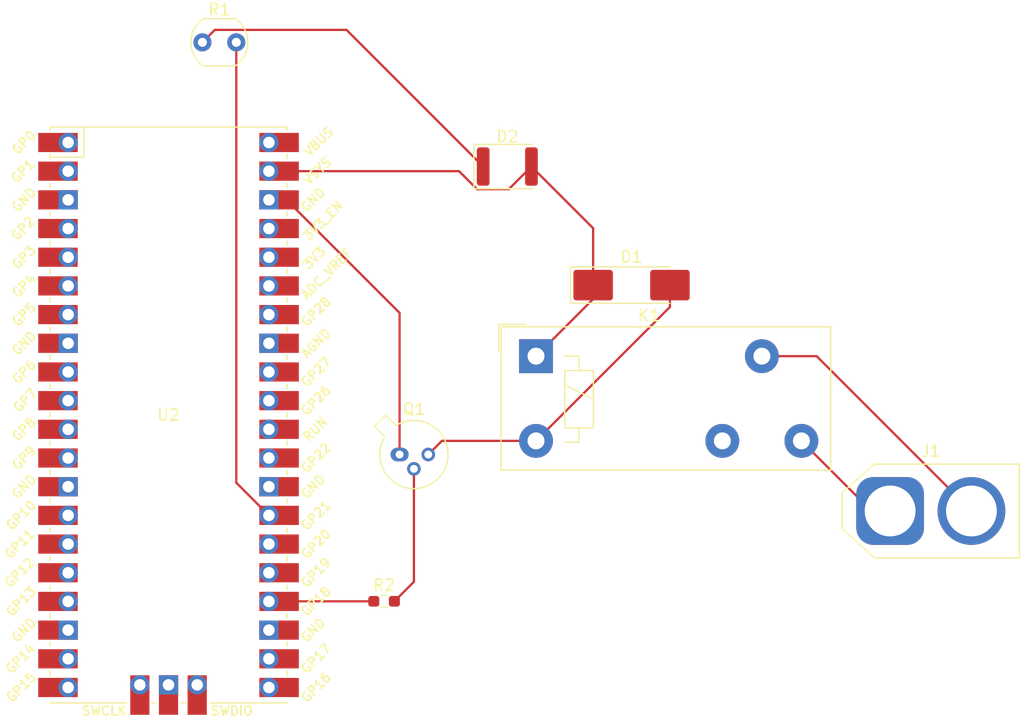
<source format=kicad_pcb>
(kicad_pcb (version 20240108) (generator "pcbnew") (generator_version "8.0")
  (layers (0 "F.Cu" signal) (31 "B.Cu" signal) (34 "B.Paste" user) (35 "F.Paste" user) (36 "B.SilkS" user "B.Silkscreen") (37 "F.SilkS" user "F.Silkscreen") (38 "B.Mask" user) (39 "F.Mask" user) (44 "Edge.Cuts" user))
  (net 0 "")
  (net 1 "Net-(Q1-B)")
  (net 2 "GND")
  (net 3 "Net-(D1-A)")
  (net 4 "VCC")
  (net 5 "Net-(J1-Pin_1)")
  (net 6 "Net-(J1-Pin_2)")
  (net 7 "saidaLed")
  (net 8 "sinal")
  (net 49 "Net-(D2-K)")
  (footprint "Relay_THT:Relay_SPDT_Finder_40.31" (layer "F.Cu") (at 205.0425 48.2925)
    (property "Reference" "K1" (at 10 -3.6 0) (layer "F.SilkS"))
    (property "Value" "Relay_SPDT")
    (fp_line (start -3.3 -0.4) (end -3.3 -2.8) (stroke (width 0.12)) (layer "F.SilkS"))
    (fp_line (start -3.1 -2.6) (end 26.1 -2.6) (stroke (width 0.12)) (layer "F.SilkS"))
    (fp_line (start -3.1 10.1) (end -3.1 -2.6) (stroke (width 0.12)) (layer "F.SilkS"))
    (fp_line (start -0.9 -2.8) (end -3.3 -2.8) (stroke (width 0.12)) (layer "F.SilkS"))
    (fp_line (start 2.54 0) (end 3.81 0) (stroke (width 0.12)) (layer "F.SilkS"))
    (fp_line (start 2.54 1.27) (end 3.81 1.27) (stroke (width 0.12)) (layer "F.SilkS"))
    (fp_line (start 2.54 2.54) (end 5.08 3.81) (stroke (width 0.12)) (layer "F.SilkS"))
    (fp_line (start 2.54 6.35) (end 2.54 1.27) (stroke (width 0.12)) (layer "F.SilkS"))
    (fp_line (start 3.81 0) (end 3.81 1.27) (stroke (width 0.12)) (layer "F.SilkS"))
    (fp_line (start 3.81 1.27) (end 5.08 1.27) (stroke (width 0.12)) (layer "F.SilkS"))
    (fp_line (start 3.81 6.35) (end 3.81 7.62) (stroke (width 0.12)) (layer "F.SilkS"))
    (fp_line (start 3.81 7.62) (end 2.54 7.62) (stroke (width 0.12)) (layer "F.SilkS"))
    (fp_line (start 5.08 1.27) (end 5.08 6.35) (stroke (width 0.12)) (layer "F.SilkS"))
    (fp_line (start 5.08 6.35) (end 2.54 6.35) (stroke (width 0.12)) (layer "F.SilkS"))
    (fp_line (start 26.1 -2.6) (end 26.1 10.1) (stroke (width 0.12)) (layer "F.SilkS"))
    (fp_line (start 26.1 10.1) (end -3.1 10.1) (stroke (width 0.12)) (layer "F.SilkS"))
    (pad "11" thru_hole circle (at 20 0) (size 3 3) (drill 1.5) (layers "*.Cu" "*.Mask") (net 6 "Net-(J1-Pin_2)"))
    (pad "12" thru_hole circle (at 16.5 7.5) (size 3 3) (drill 1.5) (layers "*.Cu" "*.Mask"))
    (pad "14" thru_hole circle (at 23.5 7.5) (size 3 3) (drill 1.5) (layers "*.Cu" "*.Mask") (net 5 "Net-(J1-Pin_1)"))
    (pad "A1" thru_hole rect (at 0 0) (size 3 3) (drill 1.5) (layers "*.Cu" "*.Mask") (net 4 "VCC"))
    (pad "A2" thru_hole circle (at 0 7.5) (size 3 3) (drill 1.5) (layers "*.Cu" "*.Mask") (net 3 "Net-(D1-A)"))
  )
  (footprint "Package_TO_SOT_THT:TO-18-3" (layer "F.Cu") (at 192.96 57)
    (property "Reference" "Q1" (at 1.27 -4.02 0) (layer "F.SilkS"))
    (property "Value" "BC107")
    (fp_line (start -2.214448 -2.494499) (end -1.302281 -1.582331) (stroke (width 0.12)) (layer "F.SilkS"))
    (fp_line (start -1.224499 -3.484448) (end -2.214448 -2.494499) (stroke (width 0.12)) (layer "F.SilkS"))
    (fp_line (start -0.312331 -2.572281) (end -1.224499 -3.484448) (stroke (width 0.12)) (layer "F.SilkS"))
    (fp_arc (start -0.312331 -2.572281) (mid 3.405374 2.135551) (end -1.30215 -1.582544) (stroke (width 0.12)) (layer "F.SilkS"))
    (pad "1" thru_hole oval (at 0 0) (size 1.6 1.2) (drill 0.7) (layers "*.Cu" "*.Mask") (net 2 "GND"))
    (pad "2" thru_hole oval (at 1.27 1.27) (size 1.2 1.2) (drill 0.7) (layers "*.Cu" "*.Mask") (net 1 "Net-(Q1-B)"))
    (pad "3" thru_hole oval (at 2.54 0) (size 1.2 1.2) (drill 0.7) (layers "*.Cu" "*.Mask") (net 3 "Net-(D1-A)"))
  )
  (footprint "Connector_AMASS:AMASS_XT60-M_1x02_P7.20mm_Vertical" (layer "F.Cu") (at 236.4 62)
    (property "Reference" "J1" (at 3.6 -5.3 180) (layer "F.SilkS"))
    (property "Value" "Conn_01x02_Socket")
    (fp_line (start -4.25 -1.6) (end -4.25 1.55) (stroke (width 0.12)) (layer "F.SilkS"))
    (fp_line (start -4.25 1.55) (end -1.4 4.15) (stroke (width 0.12)) (layer "F.SilkS"))
    (fp_line (start -1.4 -4.15) (end -4.25 -1.6) (stroke (width 0.12)) (layer "F.SilkS"))
    (fp_line (start -1.4 4.15) (end 11.45 4.15) (stroke (width 0.12)) (layer "F.SilkS"))
    (fp_line (start 11.45 -4.15) (end -1.4 -4.15) (stroke (width 0.12)) (layer "F.SilkS"))
    (fp_line (start 11.45 4.15) (end 11.45 -4.15) (stroke (width 0.12)) (layer "F.SilkS"))
    (pad "1" thru_hole roundrect (at 0 0) (size 6 6) (drill 4.5) (layers "*.Cu" "*.Mask") (net 5 "Net-(J1-Pin_1)"))
    (pad "2" thru_hole circle (at 7.2 0) (size 6 6) (drill 4.5) (layers "*.Cu" "*.Mask") (net 6 "Net-(J1-Pin_2)"))
  )
  (footprint "Resistor_SMD:R_0603_1608Metric_Pad0.98x0.95mm_HandSolder" (layer "F.Cu") (at 191.5875 70)
    (property "Reference" "R2" (at 0 -1.43 0) (layer "F.SilkS"))
    (property "Value" "R")
    (fp_line (start -0.254724 -0.5225) (end 0.254724 -0.5225) (stroke (width 0.12)) (layer "F.SilkS"))
    (fp_line (start -0.254724 0.5225) (end 0.254724 0.5225) (stroke (width 0.12)) (layer "F.SilkS"))
    (pad "1" smd roundrect (at -0.9125 0) (size 0.975 0.95) (layers "F.Cu" "F.Paste" "F.Mask") (net 8 "sinal"))
    (pad "2" smd roundrect (at 0.9125 0) (size 0.975 0.95) (layers "F.Cu" "F.Paste" "F.Mask") (net 1 "Net-(Q1-B)"))
  )
  (footprint "MCU_RaspberryPi_and_Boards:RPi_Pico_SMD_TH" (layer "F.Cu") (at 172.5 53.5)
    (property "Reference" "U2" (at 0 0 0) (layer "F.SilkS"))
    (property "Value" "Pico")
    (fp_line (start -10.5 -25.5) (end -10.5 -25.2) (stroke (width 0.12)) (layer "F.SilkS"))
    (fp_line (start -10.5 -25.5) (end 10.5 -25.5) (stroke (width 0.12)) (layer "F.SilkS"))
    (fp_line (start -10.5 -23.1) (end -10.5 -22.7) (stroke (width 0.12)) (layer "F.SilkS"))
    (fp_line (start -10.5 -22.833) (end -7.493 -22.833) (stroke (width 0.12)) (layer "F.SilkS"))
    (fp_line (start -10.5 -20.5) (end -10.5 -20.1) (stroke (width 0.12)) (layer "F.SilkS"))
    (fp_line (start -10.5 -18) (end -10.5 -17.6) (stroke (width 0.12)) (layer "F.SilkS"))
    (fp_line (start -10.5 -15.4) (end -10.5 -15) (stroke (width 0.12)) (layer "F.SilkS"))
    (fp_line (start -10.5 -12.9) (end -10.5 -12.5) (stroke (width 0.12)) (layer "F.SilkS"))
    (fp_line (start -10.5 -10.4) (end -10.5 -10) (stroke (width 0.12)) (layer "F.SilkS"))
    (fp_line (start -10.5 -7.8) (end -10.5 -7.4) (stroke (width 0.12)) (layer "F.SilkS"))
    (fp_line (start -10.5 -5.3) (end -10.5 -4.9) (stroke (width 0.12)) (layer "F.SilkS"))
    (fp_line (start -10.5 -2.7) (end -10.5 -2.3) (stroke (width 0.12)) (layer "F.SilkS"))
    (fp_line (start -10.5 -0.2) (end -10.5 0.2) (stroke (width 0.12)) (layer "F.SilkS"))
    (fp_line (start -10.5 2.3) (end -10.5 2.7) (stroke (width 0.12)) (layer "F.SilkS"))
    (fp_line (start -10.5 4.9) (end -10.5 5.3) (stroke (width 0.12)) (layer "F.SilkS"))
    (fp_line (start -10.5 7.4) (end -10.5 7.8) (stroke (width 0.12)) (layer "F.SilkS"))
    (fp_line (start -10.5 10) (end -10.5 10.4) (stroke (width 0.12)) (layer "F.SilkS"))
    (fp_line (start -10.5 12.5) (end -10.5 12.9) (stroke (width 0.12)) (layer "F.SilkS"))
    (fp_line (start -10.5 15.1) (end -10.5 15.5) (stroke (width 0.12)) (layer "F.SilkS"))
    (fp_line (start -10.5 17.6) (end -10.5 18) (stroke (width 0.12)) (layer "F.SilkS"))
    (fp_line (start -10.5 20.1) (end -10.5 20.5) (stroke (width 0.12)) (layer "F.SilkS"))
    (fp_line (start -10.5 22.7) (end -10.5 23.1) (stroke (width 0.12)) (layer "F.SilkS"))
    (fp_line (start -7.493 -22.833) (end -7.493 -25.5) (stroke (width 0.12)) (layer "F.SilkS"))
    (fp_line (start -3.7 25.5) (end -10.5 25.5) (stroke (width 0.12)) (layer "F.SilkS"))
    (fp_line (start -1.5 25.5) (end -1.1 25.5) (stroke (width 0.12)) (layer "F.SilkS"))
    (fp_line (start 1.1 25.5) (end 1.5 25.5) (stroke (width 0.12)) (layer "F.SilkS"))
    (fp_line (start 10.5 -25.5) (end 10.5 -25.2) (stroke (width 0.12)) (layer "F.SilkS"))
    (fp_line (start 10.5 -23.1) (end 10.5 -22.7) (stroke (width 0.12)) (layer "F.SilkS"))
    (fp_line (start 10.5 -20.5) (end 10.5 -20.1) (stroke (width 0.12)) (layer "F.SilkS"))
    (fp_line (start 10.5 -18) (end 10.5 -17.6) (stroke (width 0.12)) (layer "F.SilkS"))
    (fp_line (start 10.5 -15.4) (end 10.5 -15) (stroke (width 0.12)) (layer "F.SilkS"))
    (fp_line (start 10.5 -12.9) (end 10.5 -12.5) (stroke (width 0.12)) (layer "F.SilkS"))
    (fp_line (start 10.5 -10.4) (end 10.5 -10) (stroke (width 0.12)) (layer "F.SilkS"))
    (fp_line (start 10.5 -7.8) (end 10.5 -7.4) (stroke (width 0.12)) (layer "F.SilkS"))
    (fp_line (start 10.5 -5.3) (end 10.5 -4.9) (stroke (width 0.12)) (layer "F.SilkS"))
    (fp_line (start 10.5 -2.7) (end 10.5 -2.3) (stroke (width 0.12)) (layer "F.SilkS"))
    (fp_line (start 10.5 -0.2) (end 10.5 0.2) (stroke (width 0.12)) (layer "F.SilkS"))
    (fp_line (start 10.5 2.3) (end 10.5 2.7) (stroke (width 0.12)) (layer "F.SilkS"))
    (fp_line (start 10.5 4.9) (end 10.5 5.3) (stroke (width 0.12)) (layer "F.SilkS"))
    (fp_line (start 10.5 7.4) (end 10.5 7.8) (stroke (width 0.12)) (layer "F.SilkS"))
    (fp_line (start 10.5 10) (end 10.5 10.4) (stroke (width 0.12)) (layer "F.SilkS"))
    (fp_line (start 10.5 12.5) (end 10.5 12.9) (stroke (width 0.12)) (layer "F.SilkS"))
    (fp_line (start 10.5 15.1) (end 10.5 15.5) (stroke (width 0.12)) (layer "F.SilkS"))
    (fp_line (start 10.5 17.6) (end 10.5 18) (stroke (width 0.12)) (layer "F.SilkS"))
    (fp_line (start 10.5 20.1) (end 10.5 20.5) (stroke (width 0.12)) (layer "F.SilkS"))
    (fp_line (start 10.5 22.7) (end 10.5 23.1) (stroke (width 0.12)) (layer "F.SilkS"))
    (fp_line (start 10.5 25.5) (end 3.7 25.5) (stroke (width 0.12)) (layer "F.SilkS"))
    (fp_text user "GND" (at -12.8 6.35 45) (layer "F.SilkS") (effects (font (size 0.8 0.8))))
    (fp_text user "GND" (at 12.8 19.05 45) (layer "F.SilkS") (effects (font (size 0.8 0.8))))
    (fp_text user "GP9" (at -12.8 3.81 45) (layer "F.SilkS") (effects (font (size 0.8 0.8))))
    (fp_text user "GP21" (at 13.054 8.9 45) (layer "F.SilkS") (effects (font (size 0.8 0.8))))
    (fp_text user "GP13" (at -13.054 16.51 45) (layer "F.SilkS") (effects (font (size 0.8 0.8))))
    (fp_text user "GP8" (at -12.8 1.27 45) (layer "F.SilkS") (effects (font (size 0.8 0.8))))
    (fp_text user "GP7" (at -12.7 -1.3 45) (layer "F.SilkS") (effects (font (size 0.8 0.8))))
    (fp_text user "GND" (at -12.8 -19.05 45) (layer "F.SilkS") (effects (font (size 0.8 0.8))))
    (fp_text user "GP11" (at -13.2 11.43 45) (layer "F.SilkS") (effects (font (size 0.8 0.8))))
    (fp_text user "VBUS" (at 13.3 -24.2 45) (layer "F.SilkS") (effects (font (size 0.8 0.8))))
    (fp_text user "GP5" (at -12.8 -8.89 45) (layer "F.SilkS") (effects (font (size 0.8 0.8))))
    (fp_text user "GP14" (at -13.1 21.59 45) (layer "F.SilkS") (effects (font (size 0.8 0.8))))
    (fp_text user "3V3_EN" (at 13.7 -17.2 45) (layer "F.SilkS") (effects (font (size 0.8 0.8))))
    (fp_text user "GP16" (at 13.054 24.13 45) (layer "F.SilkS") (effects (font (size 0.8 0.8))))
    (fp_text user "AGND" (at 13.054 -6.35 45) (layer "F.SilkS") (effects (font (size 0.8 0.8))))
    (fp_text user "GP3" (at -12.8 -13.97 45) (layer "F.SilkS") (effects (font (size 0.8 0.8))))
    (fp_text user "3V3" (at 12.9 -13.9 45) (layer "F.SilkS") (effects (font (size 0.8 0.8))))
    (fp_text user "GND" (at -12.8 -6.35 45) (layer "F.SilkS") (effects (font (size 0.8 0.8))))
    (fp_text user "GP2" (at -12.9 -16.51 45) (layer "F.SilkS") (effects (font (size 0.8 0.8))))
    (fp_text user "GP17" (at 13.054 21.59 45) (layer "F.SilkS") (effects (font (size 0.8 0.8))))
    (fp_text user "GND" (at 12.8 -19.05 45) (layer "F.SilkS") (effects (font (size 0.8 0.8))))
    (fp_text user "GP10" (at -13.054 8.89 45) (layer "F.SilkS") (effects (font (size 0.8 0.8))))
    (fp_text user "GP20" (at 13.054 11.43 45) (layer "F.SilkS") (effects (font (size 0.8 0.8))))
    (fp_text user "GP0" (at -12.8 -24.13 45) (layer "F.SilkS") (effects (font (size 0.8 0.8))))
    (fp_text user "GP4" (at -12.8 -11.43 45) (layer "F.SilkS") (effects (font (size 0.8 0.8))))
    (fp_text user "GP15" (at -13.054 24.13 45) (layer "F.SilkS") (effects (font (size 0.8 0.8))))
    (fp_text user "SWDIO" (at 5.6 26.2 0) (layer "F.SilkS") (effects (font (size 0.8 0.8))))
    (fp_text user "GP6" (at -12.8 -3.81 45) (layer "F.SilkS") (effects (font (size 0.8 0.8))))
    (fp_text user "VSYS" (at 13.2 -21.59 45) (layer "F.SilkS") (effects (font (size 0.8 0.8))))
    (fp_text user "ADC_VREF" (at 14 -12.5 45) (layer "F.SilkS") (effects (font (size 0.8 0.8))))
    (fp_text user "GP19" (at 13.054 13.97 45) (layer "F.SilkS") (effects (font (size 0.8 0.8))))
    (fp_text user "GP22" (at 13.054 3.81 45) (layer "F.SilkS") (effects (font (size 0.8 0.8))))
    (fp_text user "GP26" (at 13.054 -1.27 45) (layer "F.SilkS") (effects (font (size 0.8 0.8))))
    (fp_text user "GP1" (at -12.9 -21.6 45) (layer "F.SilkS") (effects (font (size 0.8 0.8))))
    (fp_text user "SWCLK" (at -5.7 26.2 0) (layer "F.SilkS") (effects (font (size 0.8 0.8))))
    (fp_text user "GP18" (at 13.054 16.51 45) (layer "F.SilkS") (effects (font (size 0.8 0.8))))
    (fp_text user "GP28" (at 13.054 -9.144 45) (layer "F.SilkS") (effects (font (size 0.8 0.8))))
    (fp_text user "RUN" (at 13 1.27 45) (layer "F.SilkS") (effects (font (size 0.8 0.8))))
    (fp_text user "GND" (at -12.8 19.05 45) (layer "F.SilkS") (effects (font (size 0.8 0.8))))
    (fp_text user "GND" (at 12.8 6.35 45) (layer "F.SilkS") (effects (font (size 0.8 0.8))))
    (fp_text user "GP27" (at 13.054 -3.8 45) (layer "F.SilkS") (effects (font (size 0.8 0.8))))
    (fp_text user "GP12" (at -13.2 13.97 45) (layer "F.SilkS") (effects (font (size 0.8 0.8))))
    (pad "" np_thru_hole oval (at -2.725 -24) (size 1.8 1.8) (drill 1.8) (layers "*.Cu" "*.Mask"))
    (pad "" np_thru_hole oval (at -2.425 -20.97) (size 1.5 1.5) (drill 1.5) (layers "*.Cu" "*.Mask"))
    (pad "" np_thru_hole oval (at 2.425 -20.97) (size 1.5 1.5) (drill 1.5) (layers "*.Cu" "*.Mask"))
    (pad "" np_thru_hole oval (at 2.725 -24) (size 1.8 1.8) (drill 1.8) (layers "*.Cu" "*.Mask"))
    (pad "1" thru_hole oval (at -8.89 -24.13) (size 1.7 1.7) (drill 1.02) (layers "*.Cu" "*.Mask"))
    (pad "1" smd rect (at -8.89 -24.13) (size 3.5 1.7) (drill (offset -0.9 0)) (layers "F.Cu" "F.Mask"))
    (pad "2" thru_hole oval (at -8.89 -21.59) (size 1.7 1.7) (drill 1.02) (layers "*.Cu" "*.Mask"))
    (pad "2" smd rect (at -8.89 -21.59) (size 3.5 1.7) (drill (offset -0.9 0)) (layers "F.Cu" "F.Mask"))
    (pad "3" thru_hole rect (at -8.89 -19.05) (size 1.7 1.7) (drill 1.02) (layers "*.Cu" "*.Mask"))
    (pad "3" smd rect (at -8.89 -19.05) (size 3.5 1.7) (drill (offset -0.9 0)) (layers "F.Cu" "F.Mask"))
    (pad "4" thru_hole oval (at -8.89 -16.51) (size 1.7 1.7) (drill 1.02) (layers "*.Cu" "*.Mask"))
    (pad "4" smd rect (at -8.89 -16.51) (size 3.5 1.7) (drill (offset -0.9 0)) (layers "F.Cu" "F.Mask"))
    (pad "5" thru_hole oval (at -8.89 -13.97) (size 1.7 1.7) (drill 1.02) (layers "*.Cu" "*.Mask"))
    (pad "5" smd rect (at -8.89 -13.97) (size 3.5 1.7) (drill (offset -0.9 0)) (layers "F.Cu" "F.Mask"))
    (pad "6" thru_hole oval (at -8.89 -11.43) (size 1.7 1.7) (drill 1.02) (layers "*.Cu" "*.Mask"))
    (pad "6" smd rect (at -8.89 -11.43) (size 3.5 1.7) (drill (offset -0.9 0)) (layers "F.Cu" "F.Mask"))
    (pad "7" thru_hole oval (at -8.89 -8.89) (size 1.7 1.7) (drill 1.02) (layers "*.Cu" "*.Mask"))
    (pad "7" smd rect (at -8.89 -8.89) (size 3.5 1.7) (drill (offset -0.9 0)) (layers "F.Cu" "F.Mask"))
    (pad "8" thru_hole rect (at -8.89 -6.35) (size 1.7 1.7) (drill 1.02) (layers "*.Cu" "*.Mask"))
    (pad "8" smd rect (at -8.89 -6.35) (size 3.5 1.7) (drill (offset -0.9 0)) (layers "F.Cu" "F.Mask"))
    (pad "9" thru_hole oval (at -8.89 -3.81) (size 1.7 1.7) (drill 1.02) (layers "*.Cu" "*.Mask"))
    (pad "9" smd rect (at -8.89 -3.81) (size 3.5 1.7) (drill (offset -0.9 0)) (layers "F.Cu" "F.Mask"))
    (pad "10" thru_hole oval (at -8.89 -1.27) (size 1.7 1.7) (drill 1.02) (layers "*.Cu" "*.Mask"))
    (pad "10" smd rect (at -8.89 -1.27) (size 3.5 1.7) (drill (offset -0.9 0)) (layers "F.Cu" "F.Mask"))
    (pad "11" thru_hole oval (at -8.89 1.27) (size 1.7 1.7) (drill 1.02) (layers "*.Cu" "*.Mask"))
    (pad "11" smd rect (at -8.89 1.27) (size 3.5 1.7) (drill (offset -0.9 0)) (layers "F.Cu" "F.Mask"))
    (pad "12" thru_hole oval (at -8.89 3.81) (size 1.7 1.7) (drill 1.02) (layers "*.Cu" "*.Mask"))
    (pad "12" smd rect (at -8.89 3.81) (size 3.5 1.7) (drill (offset -0.9 0)) (layers "F.Cu" "F.Mask"))
    (pad "13" thru_hole rect (at -8.89 6.35) (size 1.7 1.7) (drill 1.02) (layers "*.Cu" "*.Mask"))
    (pad "13" smd rect (at -8.89 6.35) (size 3.5 1.7) (drill (offset -0.9 0)) (layers "F.Cu" "F.Mask"))
    (pad "14" thru_hole oval (at -8.89 8.89) (size 1.7 1.7) (drill 1.02) (layers "*.Cu" "*.Mask"))
    (pad "14" smd rect (at -8.89 8.89) (size 3.5 1.7) (drill (offset -0.9 0)) (layers "F.Cu" "F.Mask"))
    (pad "15" thru_hole oval (at -8.89 11.43) (size 1.7 1.7) (drill 1.02) (layers "*.Cu" "*.Mask"))
    (pad "15" smd rect (at -8.89 11.43) (size 3.5 1.7) (drill (offset -0.9 0)) (layers "F.Cu" "F.Mask"))
    (pad "16" thru_hole oval (at -8.89 13.97) (size 1.7 1.7) (drill 1.02) (layers "*.Cu" "*.Mask"))
    (pad "16" smd rect (at -8.89 13.97) (size 3.5 1.7) (drill (offset -0.9 0)) (layers "F.Cu" "F.Mask"))
    (pad "17" thru_hole oval (at -8.89 16.51) (size 1.7 1.7) (drill 1.02) (layers "*.Cu" "*.Mask"))
    (pad "17" smd rect (at -8.89 16.51) (size 3.5 1.7) (drill (offset -0.9 0)) (layers "F.Cu" "F.Mask"))
    (pad "18" thru_hole rect (at -8.89 19.05) (size 1.7 1.7) (drill 1.02) (layers "*.Cu" "*.Mask"))
    (pad "18" smd rect (at -8.89 19.05) (size 3.5 1.7) (drill (offset -0.9 0)) (layers "F.Cu" "F.Mask"))
    (pad "19" thru_hole oval (at -8.89 21.59) (size 1.7 1.7) (drill 1.02) (layers "*.Cu" "*.Mask"))
    (pad "19" smd rect (at -8.89 21.59) (size 3.5 1.7) (drill (offset -0.9 0)) (layers "F.Cu" "F.Mask"))
    (pad "20" thru_hole oval (at -8.89 24.13) (size 1.7 1.7) (drill 1.02) (layers "*.Cu" "*.Mask"))
    (pad "20" smd rect (at -8.89 24.13) (size 3.5 1.7) (drill (offset -0.9 0)) (layers "F.Cu" "F.Mask"))
    (pad "21" thru_hole oval (at 8.89 24.13) (size 1.7 1.7) (drill 1.02) (layers "*.Cu" "*.Mask"))
    (pad "21" smd rect (at 8.89 24.13) (size 3.5 1.7) (drill (offset 0.9 0)) (layers "F.Cu" "F.Mask"))
    (pad "22" thru_hole oval (at 8.89 21.59) (size 1.7 1.7) (drill 1.02) (layers "*.Cu" "*.Mask"))
    (pad "22" smd rect (at 8.89 21.59) (size 3.5 1.7) (drill (offset 0.9 0)) (layers "F.Cu" "F.Mask"))
    (pad "23" thru_hole rect (at 8.89 19.05) (size 1.7 1.7) (drill 1.02) (layers "*.Cu" "*.Mask"))
    (pad "23" smd rect (at 8.89 19.05) (size 3.5 1.7) (drill (offset 0.9 0)) (layers "F.Cu" "F.Mask"))
    (pad "24" thru_hole oval (at 8.89 16.51) (size 1.7 1.7) (drill 1.02) (layers "*.Cu" "*.Mask") (net 8 "sinal"))
    (pad "24" smd rect (at 8.89 16.51) (size 3.5 1.7) (drill (offset 0.9 0)) (layers "F.Cu" "F.Mask") (net 8 "sinal"))
    (pad "25" thru_hole oval (at 8.89 13.97) (size 1.7 1.7) (drill 1.02) (layers "*.Cu" "*.Mask"))
    (pad "25" smd rect (at 8.89 13.97) (size 3.5 1.7) (drill (offset 0.9 0)) (layers "F.Cu" "F.Mask"))
    (pad "26" thru_hole oval (at 8.89 11.43) (size 1.7 1.7) (drill 1.02) (layers "*.Cu" "*.Mask"))
    (pad "26" smd rect (at 8.89 11.43) (size 3.5 1.7) (drill (offset 0.9 0)) (layers "F.Cu" "F.Mask"))
    (pad "27" thru_hole oval (at 8.89 8.89) (size 1.7 1.7) (drill 1.02) (layers "*.Cu" "*.Mask") (net 7 "saidaLed"))
    (pad "27" smd rect (at 8.89 8.89) (size 3.5 1.7) (drill (offset 0.9 0)) (layers "F.Cu" "F.Mask") (net 7 "saidaLed"))
    (pad "28" thru_hole rect (at 8.89 6.35) (size 1.7 1.7) (drill 1.02) (layers "*.Cu" "*.Mask"))
    (pad "28" smd rect (at 8.89 6.35) (size 3.5 1.7) (drill (offset 0.9 0)) (layers "F.Cu" "F.Mask"))
    (pad "29" thru_hole oval (at 8.89 3.81) (size 1.7 1.7) (drill 1.02) (layers "*.Cu" "*.Mask"))
    (pad "29" smd rect (at 8.89 3.81) (size 3.5 1.7) (drill (offset 0.9 0)) (layers "F.Cu" "F.Mask"))
    (pad "30" thru_hole oval (at 8.89 1.27) (size 1.7 1.7) (drill 1.02) (layers "*.Cu" "*.Mask"))
    (pad "30" smd rect (at 8.89 1.27) (size 3.5 1.7) (drill (offset 0.9 0)) (layers "F.Cu" "F.Mask"))
    (pad "31" thru_hole oval (at 8.89 -1.27) (size 1.7 1.7) (drill 1.02) (layers "*.Cu" "*.Mask"))
    (pad "31" smd rect (at 8.89 -1.27) (size 3.5 1.7) (drill (offset 0.9 0)) (layers "F.Cu" "F.Mask"))
    (pad "32" thru_hole oval (at 8.89 -3.81) (size 1.7 1.7) (drill 1.02) (layers "*.Cu" "*.Mask"))
    (pad "32" smd rect (at 8.89 -3.81) (size 3.5 1.7) (drill (offset 0.9 0)) (layers "F.Cu" "F.Mask"))
    (pad "33" thru_hole rect (at 8.89 -6.35) (size 1.7 1.7) (drill 1.02) (layers "*.Cu" "*.Mask"))
    (pad "33" smd rect (at 8.89 -6.35) (size 3.5 1.7) (drill (offset 0.9 0)) (layers "F.Cu" "F.Mask"))
    (pad "34" thru_hole oval (at 8.89 -8.89) (size 1.7 1.7) (drill 1.02) (layers "*.Cu" "*.Mask"))
    (pad "34" smd rect (at 8.89 -8.89) (size 3.5 1.7) (drill (offset 0.9 0)) (layers "F.Cu" "F.Mask"))
    (pad "35" thru_hole oval (at 8.89 -11.43) (size 1.7 1.7) (drill 1.02) (layers "*.Cu" "*.Mask"))
    (pad "35" smd rect (at 8.89 -11.43) (size 3.5 1.7) (drill (offset 0.9 0)) (layers "F.Cu" "F.Mask"))
    (pad "36" thru_hole oval (at 8.89 -13.97) (size 1.7 1.7) (drill 1.02) (layers "*.Cu" "*.Mask"))
    (pad "36" smd rect (at 8.89 -13.97) (size 3.5 1.7) (drill (offset 0.9 0)) (layers "F.Cu" "F.Mask"))
    (pad "37" thru_hole oval (at 8.89 -16.51) (size 1.7 1.7) (drill 1.02) (layers "*.Cu" "*.Mask"))
    (pad "37" smd rect (at 8.89 -16.51) (size 3.5 1.7) (drill (offset 0.9 0)) (layers "F.Cu" "F.Mask"))
    (pad "38" thru_hole rect (at 8.89 -19.05) (size 1.7 1.7) (drill 1.02) (layers "*.Cu" "*.Mask") (net 2 "GND"))
    (pad "38" smd rect (at 8.89 -19.05) (size 3.5 1.7) (drill (offset 0.9 0)) (layers "F.Cu" "F.Mask") (net 2 "GND"))
    (pad "39" thru_hole oval (at 8.89 -21.59) (size 1.7 1.7) (drill 1.02) (layers "*.Cu" "*.Mask") (net 4 "VCC"))
    (pad "39" smd rect (at 8.89 -21.59) (size 3.5 1.7) (drill (offset 0.9 0)) (layers "F.Cu" "F.Mask") (net 4 "VCC"))
    (pad "40" thru_hole oval (at 8.89 -24.13) (size 1.7 1.7) (drill 1.02) (layers "*.Cu" "*.Mask"))
    (pad "40" smd rect (at 8.89 -24.13) (size 3.5 1.7) (drill (offset 0.9 0)) (layers "F.Cu" "F.Mask"))
    (pad "41" thru_hole oval (at -2.54 23.9) (size 1.7 1.7) (drill 1.02) (layers "*.Cu" "*.Mask"))
    (pad "41" smd rect (at -2.54 23.9 90) (size 3.5 1.7) (drill (offset -0.9 0)) (layers "F.Cu" "F.Mask"))
    (pad "42" thru_hole rect (at 0 23.9) (size 1.7 1.7) (drill 1.02) (layers "*.Cu" "*.Mask"))
    (pad "42" smd rect (at 0 23.9 90) (size 3.5 1.7) (drill (offset -0.9 0)) (layers "F.Cu" "F.Mask"))
    (pad "43" thru_hole oval (at 2.54 23.9) (size 1.7 1.7) (drill 1.02) (layers "*.Cu" "*.Mask"))
    (pad "43" smd rect (at 2.54 23.9 90) (size 3.5 1.7) (drill (offset -0.9 0)) (layers "F.Cu" "F.Mask"))
  )
  (footprint "Diode_SMD:D_MELF_Handsoldering" (layer "F.Cu") (at 213.5 42)
    (property "Reference" "D1" (at 0 -2.5 0) (layer "F.SilkS"))
    (property "Value" "D")
    (fp_line (start -5.41 -1.61) (end -5.41 1.61) (stroke (width 0.12)) (layer "F.SilkS"))
    (fp_line (start -5.41 1.61) (end 3.4 1.61) (stroke (width 0.12)) (layer "F.SilkS"))
    (fp_line (start 3.4 -1.61) (end -5.41 -1.61) (stroke (width 0.12)) (layer "F.SilkS"))
    (pad "1" smd roundrect (at -3.4 0) (size 3.5 2.7) (layers "F.Cu" "F.Paste" "F.Mask") (roundrect_rratio 0.0925925926) (net 4 "VCC"))
    (pad "2" smd roundrect (at 3.4 0) (size 3.5 2.7) (layers "F.Cu" "F.Paste" "F.Mask") (roundrect_rratio 0.0925925926) (net 3 "Net-(D1-A)"))
  )
  (footprint "LED_SMD:LED_1812_4532Metric" (layer "F.Cu") (at 202.5 31.5)
    (property "Reference" "D2" (at 0 -2.65 0) (layer "F.SilkS"))
    (property "Value" "LED")
    (fp_line (start -2.96 -1.96) (end -2.96 1.96) (stroke (width 0.12)) (layer "F.SilkS"))
    (fp_line (start -2.96 1.96) (end 2.25 1.96) (stroke (width 0.12)) (layer "F.SilkS"))
    (fp_line (start 2.25 -1.96) (end -2.96 -1.96) (stroke (width 0.12)) (layer "F.SilkS"))
    (pad "1" smd roundrect (at -2.1375 0) (size 1.125 3.4) (layers "F.Cu" "F.Paste" "F.Mask") (roundrect_rratio 0.222222) (net 49 "Net-(D2-K)"))
    (pad "2" smd roundrect (at 2.1375 0) (size 1.125 3.4) (layers "F.Cu" "F.Paste" "F.Mask") (roundrect_rratio 0.222222) (net 4 "VCC"))
  )
  (footprint "OptoDevice:R_LDR_5.0x4.1mm_P3mm_Vertical" (layer "F.Cu") (at 175.5 20.5)
    (property "Reference" "R1" (at 1.5 -2.9 0) (layer "F.SilkS"))
    (property "Value" "R")
    (fp_line (start 0.1 -2.1) (end 2.9 -2.1) (stroke (width 0.12)) (layer "F.SilkS"))
    (fp_line (start 0.1 2.1) (end 2.9 2.1) (stroke (width 0.12)) (layer "F.SilkS"))
    (fp_arc (start 0.1 2.1) (mid -1.023872 -0.008372) (end 0.113963 -2.109242) (stroke (width 0.12)) (layer "F.SilkS"))
    (fp_arc (start 2.9 -2.1) (mid 4.023872 0.008372) (end 2.886037 2.109242) (stroke (width 0.12)) (layer "F.SilkS"))
    (pad "1" thru_hole circle (at 0 0) (size 1.6 1.6) (drill 0.8) (layers "*.Cu" "*.Mask") (net 49 "Net-(D2-K)"))
    (pad "2" thru_hole circle (at 3 0) (size 1.6 1.6) (drill 0.8) (layers "*.Cu" "*.Mask") (net 7 "saidaLed"))
  )
  (segment (start 194.23 58.27) (end 194.23 68.27) (width 0.2) (layer "F.Cu") (net 1))
  (segment (start 194.23 68.27) (end 192.5 70) (width 0.2) (layer "F.Cu") (net 1))
  (segment (start 182.95 34.45) (end 192.96 44.46) (width 0.2) (layer "F.Cu") (net 2))
  (segment (start 192.96 44.46) (end 192.96 57) (width 0.2) (layer "F.Cu") (net 2))
  (segment (start 181.39 34.45) (end 182.95 34.45) (width 0.2) (layer "F.Cu") (net 2))
  (segment (start 195.5 57) (end 196.7075 55.7925) (width 0.2) (layer "F.Cu") (net 3))
  (segment (start 216.9 43.935) (end 216.9 42) (width 0.2) (layer "F.Cu") (net 3))
  (segment (start 205.0425 55.7925) (end 216.9 43.935) (width 0.2) (layer "F.Cu") (net 3))
  (segment (start 196.7075 55.7925) (end 205.0425 55.7925) (width 0.2) (layer "F.Cu") (net 3))
  (segment (start 198.225256 31.91) (end 199.815256 33.5) (width 0.2) (layer "F.Cu") (net 4))
  (segment (start 210.1 43.235) (end 210.1 42) (width 0.2) (layer "F.Cu") (net 4))
  (segment (start 205.0425 48.2925) (end 210.1 43.235) (width 0.2) (layer "F.Cu") (net 4))
  (segment (start 199.815256 33.5) (end 202.6375 33.5) (width 0.2) (layer "F.Cu") (net 4))
  (segment (start 210.1 42) (end 210.1 36.9625) (width 0.2) (layer "F.Cu") (net 4))
  (segment (start 202.6375 33.5) (end 204.6375 31.5) (width 0.2) (layer "F.Cu") (net 4))
  (segment (start 210.1 36.9625) (end 204.6375 31.5) (width 0.2) (layer "F.Cu") (net 4))
  (segment (start 181.39 31.91) (end 198.225256 31.91) (width 0.2) (layer "F.Cu") (net 4))
  (segment (start 228.5425 55.7925) (end 234.75 62) (width 0.2) (layer "F.Cu") (net 5))
  (segment (start 234.75 62) (end 236.4 62) (width 0.2) (layer "F.Cu") (net 5))
  (segment (start 229.8925 48.2925) (end 243.6 62) (width 0.2) (layer "F.Cu") (net 6))
  (segment (start 225.0425 48.2925) (end 229.8925 48.2925) (width 0.2) (layer "F.Cu") (net 6))
  (segment (start 178.5 59.5) (end 181.39 62.39) (width 0.2) (layer "F.Cu") (net 7))
  (segment (start 178.5 20.5) (end 178.5 59.5) (width 0.2) (layer "F.Cu") (net 7))
  (segment (start 190.675 70) (end 181.4 70) (width 0.2) (layer "F.Cu") (net 8))
  (segment (start 181.4 70) (end 181.39 70.01) (width 0.2) (layer "F.Cu") (net 8))
  (segment (start 176.6 19.4) (end 188.2625 19.4) (width 0.2) (layer "F.Cu") (net 49))
  (segment (start 188.2625 19.4) (end 200.3625 31.5) (width 0.2) (layer "F.Cu") (net 49))
  (segment (start 175.5 20.5) (end 176.6 19.4) (width 0.2) (layer "F.Cu") (net 49))
)
</source>
